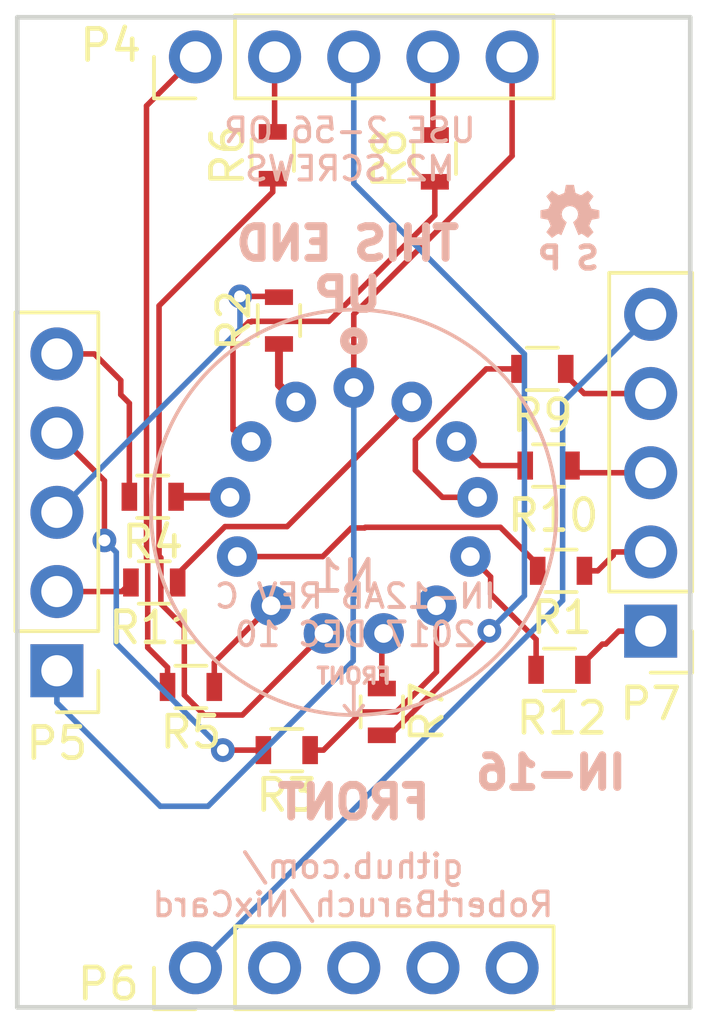
<source format=kicad_pcb>
(kicad_pcb (version 4) (host pcbnew 4.0.4-stable)

  (general
    (links 27)
    (no_connects 26)
    (area -10.870001 -15.950001 10.870001 15.950001)
    (thickness 1.6)
    (drawings 11)
    (tracks 123)
    (zones 0)
    (modules 22)
    (nets 31)
  )

  (page A4)
  (layers
    (0 F.Cu signal)
    (31 B.Cu signal)
    (32 B.Adhes user)
    (33 F.Adhes user)
    (34 B.Paste user)
    (35 F.Paste user)
    (36 B.SilkS user)
    (37 F.SilkS user)
    (38 B.Mask user)
    (39 F.Mask user)
    (40 Dwgs.User user)
    (41 Cmts.User user)
    (42 Eco1.User user)
    (43 Eco2.User user)
    (44 Edge.Cuts user)
    (45 Margin user)
    (46 B.CrtYd user)
    (47 F.CrtYd user)
    (48 B.Fab user hide)
    (49 F.Fab user hide)
  )

  (setup
    (last_trace_width 0.1778)
    (trace_clearance 0.2)
    (zone_clearance 0.254)
    (zone_45_only no)
    (trace_min 0.1778)
    (segment_width 0.2)
    (edge_width 0.15)
    (via_size 0.762)
    (via_drill 0.381)
    (via_min_size 0.762)
    (via_min_drill 0.381)
    (uvia_size 0.3)
    (uvia_drill 0.1)
    (uvias_allowed no)
    (uvia_min_size 0.2)
    (uvia_min_drill 0.1)
    (pcb_text_width 0.3)
    (pcb_text_size 1.5 1.5)
    (mod_edge_width 0.15)
    (mod_text_size 1 1)
    (mod_text_width 0.15)
    (pad_size 1.7 1.7)
    (pad_drill 1)
    (pad_to_mask_clearance 0.2)
    (aux_axis_origin 0 0)
    (visible_elements 7FFFFFFF)
    (pcbplotparams
      (layerselection 0x010f0_80000001)
      (usegerberextensions true)
      (excludeedgelayer true)
      (linewidth 0.100000)
      (plotframeref false)
      (viasonmask false)
      (mode 1)
      (useauxorigin false)
      (hpglpennumber 1)
      (hpglpenspeed 20)
      (hpglpendiameter 15)
      (hpglpenoverlay 2)
      (psnegative false)
      (psa4output false)
      (plotreference true)
      (plotvalue true)
      (plotinvisibletext false)
      (padsonsilk false)
      (subtractmaskfromsilk false)
      (outputformat 1)
      (mirror false)
      (drillshape 0)
      (scaleselection 1)
      (outputdirectory gerbers/))
  )

  (net 0 "")
  (net 1 "Net-(N1-Pad6)")
  (net 2 "Net-(N1-Pad7)")
  (net 3 "Net-(N1-Pad8)")
  (net 4 "Net-(N1-Pad9)")
  (net 5 "Net-(N1-Pad3)")
  (net 6 "Net-(N1-Pad4)")
  (net 7 "Net-(N1-Pad5)")
  (net 8 "Net-(N1-Pad2)")
  (net 9 VAA)
  (net 10 /HV4)
  (net 11 /HV5)
  (net 12 /HV6)
  (net 13 /HV7)
  (net 14 GNDREF)
  (net 15 /HV0)
  (net 16 /HV1)
  (net 17 /HV2)
  (net 18 /HV3)
  (net 19 /HV15)
  (net 20 /HV14)
  (net 21 /HV13)
  (net 22 /HV12)
  (net 23 /HV11)
  (net 24 /HV10)
  (net 25 /HV9)
  (net 26 /HV8)
  (net 27 "Net-(N1-Pad13)")
  (net 28 "Net-(N1-Pad12)")
  (net 29 "Net-(N1-Pad11)")
  (net 30 "Net-(N1-Pad10)")

  (net_class Default "This is the default net class."
    (clearance 0.2)
    (trace_width 0.1778)
    (via_dia 0.762)
    (via_drill 0.381)
    (uvia_dia 0.3)
    (uvia_drill 0.1)
    (add_net /HV0)
    (add_net /HV1)
    (add_net /HV10)
    (add_net /HV11)
    (add_net /HV12)
    (add_net /HV13)
    (add_net /HV14)
    (add_net /HV15)
    (add_net /HV2)
    (add_net /HV3)
    (add_net /HV4)
    (add_net /HV5)
    (add_net /HV6)
    (add_net /HV7)
    (add_net /HV8)
    (add_net /HV9)
    (add_net GNDREF)
    (add_net "Net-(N1-Pad10)")
    (add_net "Net-(N1-Pad11)")
    (add_net "Net-(N1-Pad12)")
    (add_net "Net-(N1-Pad13)")
    (add_net "Net-(N1-Pad2)")
    (add_net "Net-(N1-Pad3)")
    (add_net "Net-(N1-Pad4)")
    (add_net "Net-(N1-Pad5)")
    (add_net "Net-(N1-Pad6)")
    (add_net "Net-(N1-Pad7)")
    (add_net "Net-(N1-Pad8)")
    (add_net "Net-(N1-Pad9)")
    (add_net VAA)
  )

  (module Mounting_Holes:MountingHole_2.2mm_M2 (layer F.Cu) (tedit 587C597D) (tstamp 587C5931)
    (at 8.128 13.081)
    (descr "Mounting Hole 2.2mm, no annular, M2")
    (tags "mounting hole 2.2mm no annular m2")
    (fp_text reference REF** (at 0 -3.2) (layer F.SilkS) hide
      (effects (font (size 1 1) (thickness 0.15)))
    )
    (fp_text value MountingHole_2.2mm_M2 (at 0 3.2) (layer F.Fab)
      (effects (font (size 1 1) (thickness 0.15)))
    )
    (fp_circle (center 0 0) (end 2.2 0) (layer Cmts.User) (width 0.15))
    (fp_circle (center 0 0) (end 2.45 0) (layer F.CrtYd) (width 0.05))
    (pad 1 np_thru_hole circle (at 0 0) (size 2.2 2.2) (drill 2.2) (layers *.Cu *.Mask))
  )

  (module Mounting_Holes:MountingHole_2.2mm_M2 (layer F.Cu) (tedit 587C5983) (tstamp 587C5980)
    (at 8.128 -13.081)
    (descr "Mounting Hole 2.2mm, no annular, M2")
    (tags "mounting hole 2.2mm no annular m2")
    (fp_text reference REF** (at 0 -3.2) (layer F.SilkS) hide
      (effects (font (size 1 1) (thickness 0.15)))
    )
    (fp_text value MountingHole_2.2mm_M2 (at 0 3.2) (layer F.Fab)
      (effects (font (size 1 1) (thickness 0.15)))
    )
    (fp_circle (center 0 0) (end 2.2 0) (layer Cmts.User) (width 0.15))
    (fp_circle (center 0 0) (end 2.45 0) (layer F.CrtYd) (width 0.05))
    (pad 1 np_thru_hole circle (at 0 0) (size 2.2 2.2) (drill 2.2) (layers *.Cu *.Mask))
  )

  (module Mounting_Holes:MountingHole_2.2mm_M2 (layer F.Cu) (tedit 587C5987) (tstamp 587C5981)
    (at -8.128 -13.081)
    (descr "Mounting Hole 2.2mm, no annular, M2")
    (tags "mounting hole 2.2mm no annular m2")
    (fp_text reference REF** (at 0 -3.2) (layer F.SilkS) hide
      (effects (font (size 1 1) (thickness 0.15)))
    )
    (fp_text value MountingHole_2.2mm_M2 (at 0 3.2) (layer F.Fab)
      (effects (font (size 1 1) (thickness 0.15)))
    )
    (fp_circle (center 0 0) (end 2.2 0) (layer Cmts.User) (width 0.15))
    (fp_circle (center 0 0) (end 2.45 0) (layer F.CrtYd) (width 0.05))
    (pad 1 np_thru_hole circle (at 0 0) (size 2.2 2.2) (drill 2.2) (layers *.Cu *.Mask))
  )

  (module Mounting_Holes:MountingHole_2.2mm_M2 (layer F.Cu) (tedit 587C5977) (tstamp 587C5982)
    (at -8.128 13.081)
    (descr "Mounting Hole 2.2mm, no annular, M2")
    (tags "mounting hole 2.2mm no annular m2")
    (fp_text reference REF** (at 0 -3.2) (layer F.SilkS) hide
      (effects (font (size 1 1) (thickness 0.15)))
    )
    (fp_text value MountingHole_2.2mm_M2 (at 0 3.2) (layer F.Fab)
      (effects (font (size 1 1) (thickness 0.15)))
    )
    (fp_circle (center 0 0) (end 2.2 0) (layer Cmts.User) (width 0.15))
    (fp_circle (center 0 0) (end 2.45 0) (layer F.CrtYd) (width 0.05))
    (pad 1 np_thru_hole circle (at 0 0) (size 2.2 2.2) (drill 2.2) (layers *.Cu *.Mask))
  )

  (module Pin_Headers:Pin_Header_Straight_1x05_Pitch2.54mm (layer F.Cu) (tedit 5A2E1D68) (tstamp 5A2E187C)
    (at -5.08 -14.605 90)
    (descr "Through hole straight pin header, 1x05, 2.54mm pitch, single row")
    (tags "Through hole pin header THT 1x05 2.54mm single row")
    (path /5A2E1D9A)
    (fp_text reference P4 (at 0.37 -2.72 180) (layer F.SilkS)
      (effects (font (size 1 1) (thickness 0.15)))
    )
    (fp_text value CONN_01X05 (at 0 12.49 90) (layer F.Fab)
      (effects (font (size 1 1) (thickness 0.15)))
    )
    (fp_line (start -0.635 -1.27) (end 1.27 -1.27) (layer F.Fab) (width 0.1))
    (fp_line (start 1.27 -1.27) (end 1.27 11.43) (layer F.Fab) (width 0.1))
    (fp_line (start 1.27 11.43) (end -1.27 11.43) (layer F.Fab) (width 0.1))
    (fp_line (start -1.27 11.43) (end -1.27 -0.635) (layer F.Fab) (width 0.1))
    (fp_line (start -1.27 -0.635) (end -0.635 -1.27) (layer F.Fab) (width 0.1))
    (fp_line (start -1.33 11.49) (end 1.33 11.49) (layer F.SilkS) (width 0.12))
    (fp_line (start -1.33 1.27) (end -1.33 11.49) (layer F.SilkS) (width 0.12))
    (fp_line (start 1.33 1.27) (end 1.33 11.49) (layer F.SilkS) (width 0.12))
    (fp_line (start -1.33 1.27) (end 1.33 1.27) (layer F.SilkS) (width 0.12))
    (fp_line (start -1.33 0) (end -1.33 -1.33) (layer F.SilkS) (width 0.12))
    (fp_line (start -1.33 -1.33) (end 0 -1.33) (layer F.SilkS) (width 0.12))
    (fp_line (start -1.8 -1.8) (end -1.8 11.95) (layer F.CrtYd) (width 0.05))
    (fp_line (start -1.8 11.95) (end 1.8 11.95) (layer F.CrtYd) (width 0.05))
    (fp_line (start 1.8 11.95) (end 1.8 -1.8) (layer F.CrtYd) (width 0.05))
    (fp_line (start 1.8 -1.8) (end -1.8 -1.8) (layer F.CrtYd) (width 0.05))
    (fp_text user %R (at 0 5.08 180) (layer F.Fab)
      (effects (font (size 1 1) (thickness 0.15)))
    )
    (pad 1 thru_hole circle (at 0 0 90) (size 1.7 1.7) (drill 1) (layers *.Cu *.Mask)
      (net 10 /HV4))
    (pad 2 thru_hole oval (at 0 2.54 90) (size 1.7 1.7) (drill 1) (layers *.Cu *.Mask)
      (net 11 /HV5))
    (pad 3 thru_hole oval (at 0 5.08 90) (size 1.7 1.7) (drill 1) (layers *.Cu *.Mask)
      (net 12 /HV6))
    (pad 4 thru_hole oval (at 0 7.62 90) (size 1.7 1.7) (drill 1) (layers *.Cu *.Mask)
      (net 13 /HV7))
    (pad 5 thru_hole oval (at 0 10.16 90) (size 1.7 1.7) (drill 1) (layers *.Cu *.Mask)
      (net 9 VAA))
    (model ${KISYS3DMOD}/Pin_Headers.3dshapes/Pin_Header_Straight_1x05_Pitch2.54mm.wrl
      (at (xyz 0 0 0))
      (scale (xyz 1 1 1))
      (rotate (xyz 0 0 0))
    )
  )

  (module Pin_Headers:Pin_Header_Straight_1x05_Pitch2.54mm (layer F.Cu) (tedit 59650532) (tstamp 5A2E1885)
    (at -9.525 5.08 180)
    (descr "Through hole straight pin header, 1x05, 2.54mm pitch, single row")
    (tags "Through hole pin header THT 1x05 2.54mm single row")
    (path /5A2E1CEC)
    (fp_text reference P5 (at 0 -2.33 180) (layer F.SilkS)
      (effects (font (size 1 1) (thickness 0.15)))
    )
    (fp_text value CONN_01X05 (at 0 12.49 180) (layer F.Fab)
      (effects (font (size 1 1) (thickness 0.15)))
    )
    (fp_line (start -0.635 -1.27) (end 1.27 -1.27) (layer F.Fab) (width 0.1))
    (fp_line (start 1.27 -1.27) (end 1.27 11.43) (layer F.Fab) (width 0.1))
    (fp_line (start 1.27 11.43) (end -1.27 11.43) (layer F.Fab) (width 0.1))
    (fp_line (start -1.27 11.43) (end -1.27 -0.635) (layer F.Fab) (width 0.1))
    (fp_line (start -1.27 -0.635) (end -0.635 -1.27) (layer F.Fab) (width 0.1))
    (fp_line (start -1.33 11.49) (end 1.33 11.49) (layer F.SilkS) (width 0.12))
    (fp_line (start -1.33 1.27) (end -1.33 11.49) (layer F.SilkS) (width 0.12))
    (fp_line (start 1.33 1.27) (end 1.33 11.49) (layer F.SilkS) (width 0.12))
    (fp_line (start -1.33 1.27) (end 1.33 1.27) (layer F.SilkS) (width 0.12))
    (fp_line (start -1.33 0) (end -1.33 -1.33) (layer F.SilkS) (width 0.12))
    (fp_line (start -1.33 -1.33) (end 0 -1.33) (layer F.SilkS) (width 0.12))
    (fp_line (start -1.8 -1.8) (end -1.8 11.95) (layer F.CrtYd) (width 0.05))
    (fp_line (start -1.8 11.95) (end 1.8 11.95) (layer F.CrtYd) (width 0.05))
    (fp_line (start 1.8 11.95) (end 1.8 -1.8) (layer F.CrtYd) (width 0.05))
    (fp_line (start 1.8 -1.8) (end -1.8 -1.8) (layer F.CrtYd) (width 0.05))
    (fp_text user %R (at 0 5.08 270) (layer F.Fab)
      (effects (font (size 1 1) (thickness 0.15)))
    )
    (pad 1 thru_hole rect (at 0 0 180) (size 1.7 1.7) (drill 1) (layers *.Cu *.Mask)
      (net 9 VAA))
    (pad 2 thru_hole oval (at 0 2.54 180) (size 1.7 1.7) (drill 1) (layers *.Cu *.Mask)
      (net 15 /HV0))
    (pad 3 thru_hole oval (at 0 5.08 180) (size 1.7 1.7) (drill 1) (layers *.Cu *.Mask)
      (net 16 /HV1))
    (pad 4 thru_hole oval (at 0 7.62 180) (size 1.7 1.7) (drill 1) (layers *.Cu *.Mask)
      (net 17 /HV2))
    (pad 5 thru_hole oval (at 0 10.16 180) (size 1.7 1.7) (drill 1) (layers *.Cu *.Mask)
      (net 18 /HV3))
    (model ${KISYS3DMOD}/Pin_Headers.3dshapes/Pin_Header_Straight_1x05_Pitch2.54mm.wrl
      (at (xyz 0 0 0))
      (scale (xyz 1 1 1))
      (rotate (xyz 0 0 0))
    )
  )

  (module Pin_Headers:Pin_Header_Straight_1x05_Pitch2.54mm (layer F.Cu) (tedit 5A2E1D6E) (tstamp 5A2E188E)
    (at -5.08 14.605 90)
    (descr "Through hole straight pin header, 1x05, 2.54mm pitch, single row")
    (tags "Through hole pin header THT 1x05 2.54mm single row")
    (path /5A2E1E06)
    (fp_text reference P6 (at -0.52 -2.795 180) (layer F.SilkS)
      (effects (font (size 1 1) (thickness 0.15)))
    )
    (fp_text value CONN_01X05 (at 0 12.49 90) (layer F.Fab)
      (effects (font (size 1 1) (thickness 0.15)))
    )
    (fp_line (start -0.635 -1.27) (end 1.27 -1.27) (layer F.Fab) (width 0.1))
    (fp_line (start 1.27 -1.27) (end 1.27 11.43) (layer F.Fab) (width 0.1))
    (fp_line (start 1.27 11.43) (end -1.27 11.43) (layer F.Fab) (width 0.1))
    (fp_line (start -1.27 11.43) (end -1.27 -0.635) (layer F.Fab) (width 0.1))
    (fp_line (start -1.27 -0.635) (end -0.635 -1.27) (layer F.Fab) (width 0.1))
    (fp_line (start -1.33 11.49) (end 1.33 11.49) (layer F.SilkS) (width 0.12))
    (fp_line (start -1.33 1.27) (end -1.33 11.49) (layer F.SilkS) (width 0.12))
    (fp_line (start 1.33 1.27) (end 1.33 11.49) (layer F.SilkS) (width 0.12))
    (fp_line (start -1.33 1.27) (end 1.33 1.27) (layer F.SilkS) (width 0.12))
    (fp_line (start -1.33 0) (end -1.33 -1.33) (layer F.SilkS) (width 0.12))
    (fp_line (start -1.33 -1.33) (end 0 -1.33) (layer F.SilkS) (width 0.12))
    (fp_line (start -1.8 -1.8) (end -1.8 11.95) (layer F.CrtYd) (width 0.05))
    (fp_line (start -1.8 11.95) (end 1.8 11.95) (layer F.CrtYd) (width 0.05))
    (fp_line (start 1.8 11.95) (end 1.8 -1.8) (layer F.CrtYd) (width 0.05))
    (fp_line (start 1.8 -1.8) (end -1.8 -1.8) (layer F.CrtYd) (width 0.05))
    (fp_text user %R (at 0 5.08 180) (layer F.Fab)
      (effects (font (size 1 1) (thickness 0.15)))
    )
    (pad 1 thru_hole circle (at 0 0 90) (size 1.7 1.7) (drill 1) (layers *.Cu *.Mask)
      (net 14 GNDREF))
    (pad 2 thru_hole oval (at 0 2.54 90) (size 1.7 1.7) (drill 1) (layers *.Cu *.Mask)
      (net 19 /HV15))
    (pad 3 thru_hole oval (at 0 5.08 90) (size 1.7 1.7) (drill 1) (layers *.Cu *.Mask)
      (net 20 /HV14))
    (pad 4 thru_hole oval (at 0 7.62 90) (size 1.7 1.7) (drill 1) (layers *.Cu *.Mask)
      (net 21 /HV13))
    (pad 5 thru_hole oval (at 0 10.16 90) (size 1.7 1.7) (drill 1) (layers *.Cu *.Mask)
      (net 22 /HV12))
    (model ${KISYS3DMOD}/Pin_Headers.3dshapes/Pin_Header_Straight_1x05_Pitch2.54mm.wrl
      (at (xyz 0 0 0))
      (scale (xyz 1 1 1))
      (rotate (xyz 0 0 0))
    )
  )

  (module Pin_Headers:Pin_Header_Straight_1x05_Pitch2.54mm (layer F.Cu) (tedit 59650532) (tstamp 5A2E1897)
    (at 9.525 3.81 180)
    (descr "Through hole straight pin header, 1x05, 2.54mm pitch, single row")
    (tags "Through hole pin header THT 1x05 2.54mm single row")
    (path /5A2E1E95)
    (fp_text reference P7 (at 0 -2.33 180) (layer F.SilkS)
      (effects (font (size 1 1) (thickness 0.15)))
    )
    (fp_text value CONN_01X05 (at 0 12.49 180) (layer F.Fab)
      (effects (font (size 1 1) (thickness 0.15)))
    )
    (fp_line (start -0.635 -1.27) (end 1.27 -1.27) (layer F.Fab) (width 0.1))
    (fp_line (start 1.27 -1.27) (end 1.27 11.43) (layer F.Fab) (width 0.1))
    (fp_line (start 1.27 11.43) (end -1.27 11.43) (layer F.Fab) (width 0.1))
    (fp_line (start -1.27 11.43) (end -1.27 -0.635) (layer F.Fab) (width 0.1))
    (fp_line (start -1.27 -0.635) (end -0.635 -1.27) (layer F.Fab) (width 0.1))
    (fp_line (start -1.33 11.49) (end 1.33 11.49) (layer F.SilkS) (width 0.12))
    (fp_line (start -1.33 1.27) (end -1.33 11.49) (layer F.SilkS) (width 0.12))
    (fp_line (start 1.33 1.27) (end 1.33 11.49) (layer F.SilkS) (width 0.12))
    (fp_line (start -1.33 1.27) (end 1.33 1.27) (layer F.SilkS) (width 0.12))
    (fp_line (start -1.33 0) (end -1.33 -1.33) (layer F.SilkS) (width 0.12))
    (fp_line (start -1.33 -1.33) (end 0 -1.33) (layer F.SilkS) (width 0.12))
    (fp_line (start -1.8 -1.8) (end -1.8 11.95) (layer F.CrtYd) (width 0.05))
    (fp_line (start -1.8 11.95) (end 1.8 11.95) (layer F.CrtYd) (width 0.05))
    (fp_line (start 1.8 11.95) (end 1.8 -1.8) (layer F.CrtYd) (width 0.05))
    (fp_line (start 1.8 -1.8) (end -1.8 -1.8) (layer F.CrtYd) (width 0.05))
    (fp_text user %R (at 0 5.08 270) (layer F.Fab)
      (effects (font (size 1 1) (thickness 0.15)))
    )
    (pad 1 thru_hole rect (at 0 0 180) (size 1.7 1.7) (drill 1) (layers *.Cu *.Mask)
      (net 23 /HV11))
    (pad 2 thru_hole oval (at 0 2.54 180) (size 1.7 1.7) (drill 1) (layers *.Cu *.Mask)
      (net 24 /HV10))
    (pad 3 thru_hole oval (at 0 5.08 180) (size 1.7 1.7) (drill 1) (layers *.Cu *.Mask)
      (net 25 /HV9))
    (pad 4 thru_hole oval (at 0 7.62 180) (size 1.7 1.7) (drill 1) (layers *.Cu *.Mask)
      (net 26 /HV8))
    (pad 5 thru_hole oval (at 0 10.16 180) (size 1.7 1.7) (drill 1) (layers *.Cu *.Mask)
      (net 14 GNDREF))
    (model ${KISYS3DMOD}/Pin_Headers.3dshapes/Pin_Header_Straight_1x05_Pitch2.54mm.wrl
      (at (xyz 0 0 0))
      (scale (xyz 1 1 1))
      (rotate (xyz 0 0 0))
    )
  )

  (module Resistors_SMD:R_0603 (layer F.Cu) (tedit 58E0A804) (tstamp 5A2E189D)
    (at 6.65 1.875)
    (descr "Resistor SMD 0603, reflow soldering, Vishay (see dcrcw.pdf)")
    (tags "resistor 0603")
    (path /5A232F37)
    (attr smd)
    (fp_text reference R1 (at 0.025 1.5) (layer F.SilkS)
      (effects (font (size 1 1) (thickness 0.15)))
    )
    (fp_text value 120k (at 0 1.5) (layer F.Fab)
      (effects (font (size 1 1) (thickness 0.15)))
    )
    (fp_text user %R (at 0 0) (layer F.Fab)
      (effects (font (size 0.4 0.4) (thickness 0.075)))
    )
    (fp_line (start -0.8 0.4) (end -0.8 -0.4) (layer F.Fab) (width 0.1))
    (fp_line (start 0.8 0.4) (end -0.8 0.4) (layer F.Fab) (width 0.1))
    (fp_line (start 0.8 -0.4) (end 0.8 0.4) (layer F.Fab) (width 0.1))
    (fp_line (start -0.8 -0.4) (end 0.8 -0.4) (layer F.Fab) (width 0.1))
    (fp_line (start 0.5 0.68) (end -0.5 0.68) (layer F.SilkS) (width 0.12))
    (fp_line (start -0.5 -0.68) (end 0.5 -0.68) (layer F.SilkS) (width 0.12))
    (fp_line (start -1.25 -0.7) (end 1.25 -0.7) (layer F.CrtYd) (width 0.05))
    (fp_line (start -1.25 -0.7) (end -1.25 0.7) (layer F.CrtYd) (width 0.05))
    (fp_line (start 1.25 0.7) (end 1.25 -0.7) (layer F.CrtYd) (width 0.05))
    (fp_line (start 1.25 0.7) (end -1.25 0.7) (layer F.CrtYd) (width 0.05))
    (pad 1 smd rect (at -0.75 0) (size 0.5 0.9) (layers F.Cu F.Paste F.Mask)
      (net 7 "Net-(N1-Pad5)"))
    (pad 2 smd rect (at 0.75 0) (size 0.5 0.9) (layers F.Cu F.Paste F.Mask)
      (net 24 /HV10))
    (model ${KISYS3DMOD}/Resistors_SMD.3dshapes/R_0603.wrl
      (at (xyz 0 0 0))
      (scale (xyz 1 1 1))
      (rotate (xyz 0 0 0))
    )
  )

  (module Resistors_SMD:R_0603 (layer F.Cu) (tedit 58E0A804) (tstamp 5A2E18A3)
    (at -2.4 -6.15 90)
    (descr "Resistor SMD 0603, reflow soldering, Vishay (see dcrcw.pdf)")
    (tags "resistor 0603")
    (path /585F2D1C)
    (attr smd)
    (fp_text reference R2 (at 0 -1.45 90) (layer F.SilkS)
      (effects (font (size 1 1) (thickness 0.15)))
    )
    (fp_text value 20k (at 0 1.5 90) (layer F.Fab)
      (effects (font (size 1 1) (thickness 0.15)))
    )
    (fp_text user %R (at 0 0 90) (layer F.Fab)
      (effects (font (size 0.4 0.4) (thickness 0.075)))
    )
    (fp_line (start -0.8 0.4) (end -0.8 -0.4) (layer F.Fab) (width 0.1))
    (fp_line (start 0.8 0.4) (end -0.8 0.4) (layer F.Fab) (width 0.1))
    (fp_line (start 0.8 -0.4) (end 0.8 0.4) (layer F.Fab) (width 0.1))
    (fp_line (start -0.8 -0.4) (end 0.8 -0.4) (layer F.Fab) (width 0.1))
    (fp_line (start 0.5 0.68) (end -0.5 0.68) (layer F.SilkS) (width 0.12))
    (fp_line (start -0.5 -0.68) (end 0.5 -0.68) (layer F.SilkS) (width 0.12))
    (fp_line (start -1.25 -0.7) (end 1.25 -0.7) (layer F.CrtYd) (width 0.05))
    (fp_line (start -1.25 -0.7) (end -1.25 0.7) (layer F.CrtYd) (width 0.05))
    (fp_line (start 1.25 0.7) (end 1.25 -0.7) (layer F.CrtYd) (width 0.05))
    (fp_line (start 1.25 0.7) (end -1.25 0.7) (layer F.CrtYd) (width 0.05))
    (pad 1 smd rect (at -0.75 0 90) (size 0.5 0.9) (layers F.Cu F.Paste F.Mask)
      (net 8 "Net-(N1-Pad2)"))
    (pad 2 smd rect (at 0.75 0 90) (size 0.5 0.9) (layers F.Cu F.Paste F.Mask)
      (net 16 /HV1))
    (model ${KISYS3DMOD}/Resistors_SMD.3dshapes/R_0603.wrl
      (at (xyz 0 0 0))
      (scale (xyz 1 1 1))
      (rotate (xyz 0 0 0))
    )
  )

  (module Resistors_SMD:R_0603 (layer F.Cu) (tedit 58E0A804) (tstamp 5A2E18A9)
    (at -2.15 7.625 180)
    (descr "Resistor SMD 0603, reflow soldering, Vishay (see dcrcw.pdf)")
    (tags "resistor 0603")
    (path /5A2E1376)
    (attr smd)
    (fp_text reference R3 (at 0 -1.45 180) (layer F.SilkS)
      (effects (font (size 1 1) (thickness 0.15)))
    )
    (fp_text value 20k (at 0 1.5 180) (layer F.Fab)
      (effects (font (size 1 1) (thickness 0.15)))
    )
    (fp_text user %R (at 0 0 180) (layer F.Fab)
      (effects (font (size 0.4 0.4) (thickness 0.075)))
    )
    (fp_line (start -0.8 0.4) (end -0.8 -0.4) (layer F.Fab) (width 0.1))
    (fp_line (start 0.8 0.4) (end -0.8 0.4) (layer F.Fab) (width 0.1))
    (fp_line (start 0.8 -0.4) (end 0.8 0.4) (layer F.Fab) (width 0.1))
    (fp_line (start -0.8 -0.4) (end 0.8 -0.4) (layer F.Fab) (width 0.1))
    (fp_line (start 0.5 0.68) (end -0.5 0.68) (layer F.SilkS) (width 0.12))
    (fp_line (start -0.5 -0.68) (end 0.5 -0.68) (layer F.SilkS) (width 0.12))
    (fp_line (start -1.25 -0.7) (end 1.25 -0.7) (layer F.CrtYd) (width 0.05))
    (fp_line (start -1.25 -0.7) (end -1.25 0.7) (layer F.CrtYd) (width 0.05))
    (fp_line (start 1.25 0.7) (end 1.25 -0.7) (layer F.CrtYd) (width 0.05))
    (fp_line (start 1.25 0.7) (end -1.25 0.7) (layer F.CrtYd) (width 0.05))
    (pad 1 smd rect (at -0.75 0 180) (size 0.5 0.9) (layers F.Cu F.Paste F.Mask)
      (net 4 "Net-(N1-Pad9)"))
    (pad 2 smd rect (at 0.75 0 180) (size 0.5 0.9) (layers F.Cu F.Paste F.Mask)
      (net 17 /HV2))
    (model ${KISYS3DMOD}/Resistors_SMD.3dshapes/R_0603.wrl
      (at (xyz 0 0 0))
      (scale (xyz 1 1 1))
      (rotate (xyz 0 0 0))
    )
  )

  (module Resistors_SMD:R_0603 (layer F.Cu) (tedit 58E0A804) (tstamp 5A2E18AF)
    (at -6.45 -0.5 180)
    (descr "Resistor SMD 0603, reflow soldering, Vishay (see dcrcw.pdf)")
    (tags "resistor 0603")
    (path /5A2E1407)
    (attr smd)
    (fp_text reference R4 (at 0 -1.45 180) (layer F.SilkS)
      (effects (font (size 1 1) (thickness 0.15)))
    )
    (fp_text value 20k (at 0 1.5 180) (layer F.Fab)
      (effects (font (size 1 1) (thickness 0.15)))
    )
    (fp_text user %R (at 0 0 180) (layer F.Fab)
      (effects (font (size 0.4 0.4) (thickness 0.075)))
    )
    (fp_line (start -0.8 0.4) (end -0.8 -0.4) (layer F.Fab) (width 0.1))
    (fp_line (start 0.8 0.4) (end -0.8 0.4) (layer F.Fab) (width 0.1))
    (fp_line (start 0.8 -0.4) (end 0.8 0.4) (layer F.Fab) (width 0.1))
    (fp_line (start -0.8 -0.4) (end 0.8 -0.4) (layer F.Fab) (width 0.1))
    (fp_line (start 0.5 0.68) (end -0.5 0.68) (layer F.SilkS) (width 0.12))
    (fp_line (start -0.5 -0.68) (end 0.5 -0.68) (layer F.SilkS) (width 0.12))
    (fp_line (start -1.25 -0.7) (end 1.25 -0.7) (layer F.CrtYd) (width 0.05))
    (fp_line (start -1.25 -0.7) (end -1.25 0.7) (layer F.CrtYd) (width 0.05))
    (fp_line (start 1.25 0.7) (end 1.25 -0.7) (layer F.CrtYd) (width 0.05))
    (fp_line (start 1.25 0.7) (end -1.25 0.7) (layer F.CrtYd) (width 0.05))
    (pad 1 smd rect (at -0.75 0 180) (size 0.5 0.9) (layers F.Cu F.Paste F.Mask)
      (net 6 "Net-(N1-Pad4)"))
    (pad 2 smd rect (at 0.75 0 180) (size 0.5 0.9) (layers F.Cu F.Paste F.Mask)
      (net 18 /HV3))
    (model ${KISYS3DMOD}/Resistors_SMD.3dshapes/R_0603.wrl
      (at (xyz 0 0 0))
      (scale (xyz 1 1 1))
      (rotate (xyz 0 0 0))
    )
  )

  (module Resistors_SMD:R_0603 (layer F.Cu) (tedit 58E0A804) (tstamp 5A2E18B5)
    (at -5.225 5.6 180)
    (descr "Resistor SMD 0603, reflow soldering, Vishay (see dcrcw.pdf)")
    (tags "resistor 0603")
    (path /5A2E140F)
    (attr smd)
    (fp_text reference R5 (at 0 -1.45 180) (layer F.SilkS)
      (effects (font (size 1 1) (thickness 0.15)))
    )
    (fp_text value 20k (at 0 1.5 180) (layer F.Fab)
      (effects (font (size 1 1) (thickness 0.15)))
    )
    (fp_text user %R (at 0 0 180) (layer F.Fab)
      (effects (font (size 0.4 0.4) (thickness 0.075)))
    )
    (fp_line (start -0.8 0.4) (end -0.8 -0.4) (layer F.Fab) (width 0.1))
    (fp_line (start 0.8 0.4) (end -0.8 0.4) (layer F.Fab) (width 0.1))
    (fp_line (start 0.8 -0.4) (end 0.8 0.4) (layer F.Fab) (width 0.1))
    (fp_line (start -0.8 -0.4) (end 0.8 -0.4) (layer F.Fab) (width 0.1))
    (fp_line (start 0.5 0.68) (end -0.5 0.68) (layer F.SilkS) (width 0.12))
    (fp_line (start -0.5 -0.68) (end 0.5 -0.68) (layer F.SilkS) (width 0.12))
    (fp_line (start -1.25 -0.7) (end 1.25 -0.7) (layer F.CrtYd) (width 0.05))
    (fp_line (start -1.25 -0.7) (end -1.25 0.7) (layer F.CrtYd) (width 0.05))
    (fp_line (start 1.25 0.7) (end 1.25 -0.7) (layer F.CrtYd) (width 0.05))
    (fp_line (start 1.25 0.7) (end -1.25 0.7) (layer F.CrtYd) (width 0.05))
    (pad 1 smd rect (at -0.75 0 180) (size 0.5 0.9) (layers F.Cu F.Paste F.Mask)
      (net 1 "Net-(N1-Pad6)"))
    (pad 2 smd rect (at 0.75 0 180) (size 0.5 0.9) (layers F.Cu F.Paste F.Mask)
      (net 10 /HV4))
    (model ${KISYS3DMOD}/Resistors_SMD.3dshapes/R_0603.wrl
      (at (xyz 0 0 0))
      (scale (xyz 1 1 1))
      (rotate (xyz 0 0 0))
    )
  )

  (module Resistors_SMD:R_0603 (layer F.Cu) (tedit 58E0A804) (tstamp 5A2E18BB)
    (at -2.6 -11.45 90)
    (descr "Resistor SMD 0603, reflow soldering, Vishay (see dcrcw.pdf)")
    (tags "resistor 0603")
    (path /5A2E1475)
    (attr smd)
    (fp_text reference R6 (at 0 -1.45 90) (layer F.SilkS)
      (effects (font (size 1 1) (thickness 0.15)))
    )
    (fp_text value 20k (at 0 1.5 90) (layer F.Fab)
      (effects (font (size 1 1) (thickness 0.15)))
    )
    (fp_text user %R (at 0 0 90) (layer F.Fab)
      (effects (font (size 0.4 0.4) (thickness 0.075)))
    )
    (fp_line (start -0.8 0.4) (end -0.8 -0.4) (layer F.Fab) (width 0.1))
    (fp_line (start 0.8 0.4) (end -0.8 0.4) (layer F.Fab) (width 0.1))
    (fp_line (start 0.8 -0.4) (end 0.8 0.4) (layer F.Fab) (width 0.1))
    (fp_line (start -0.8 -0.4) (end 0.8 -0.4) (layer F.Fab) (width 0.1))
    (fp_line (start 0.5 0.68) (end -0.5 0.68) (layer F.SilkS) (width 0.12))
    (fp_line (start -0.5 -0.68) (end 0.5 -0.68) (layer F.SilkS) (width 0.12))
    (fp_line (start -1.25 -0.7) (end 1.25 -0.7) (layer F.CrtYd) (width 0.05))
    (fp_line (start -1.25 -0.7) (end -1.25 0.7) (layer F.CrtYd) (width 0.05))
    (fp_line (start 1.25 0.7) (end 1.25 -0.7) (layer F.CrtYd) (width 0.05))
    (fp_line (start 1.25 0.7) (end -1.25 0.7) (layer F.CrtYd) (width 0.05))
    (pad 1 smd rect (at -0.75 0 90) (size 0.5 0.9) (layers F.Cu F.Paste F.Mask)
      (net 2 "Net-(N1-Pad7)"))
    (pad 2 smd rect (at 0.75 0 90) (size 0.5 0.9) (layers F.Cu F.Paste F.Mask)
      (net 11 /HV5))
    (model ${KISYS3DMOD}/Resistors_SMD.3dshapes/R_0603.wrl
      (at (xyz 0 0 0))
      (scale (xyz 1 1 1))
      (rotate (xyz 0 0 0))
    )
  )

  (module Resistors_SMD:R_0603 (layer F.Cu) (tedit 58E0A804) (tstamp 5A2E18C1)
    (at 0.9 6.4 270)
    (descr "Resistor SMD 0603, reflow soldering, Vishay (see dcrcw.pdf)")
    (tags "resistor 0603")
    (path /5A2E147D)
    (attr smd)
    (fp_text reference R7 (at 0 -1.45 270) (layer F.SilkS)
      (effects (font (size 1 1) (thickness 0.15)))
    )
    (fp_text value 20k (at 0 1.5 270) (layer F.Fab)
      (effects (font (size 1 1) (thickness 0.15)))
    )
    (fp_text user %R (at 0 0 270) (layer F.Fab)
      (effects (font (size 0.4 0.4) (thickness 0.075)))
    )
    (fp_line (start -0.8 0.4) (end -0.8 -0.4) (layer F.Fab) (width 0.1))
    (fp_line (start 0.8 0.4) (end -0.8 0.4) (layer F.Fab) (width 0.1))
    (fp_line (start 0.8 -0.4) (end 0.8 0.4) (layer F.Fab) (width 0.1))
    (fp_line (start -0.8 -0.4) (end 0.8 -0.4) (layer F.Fab) (width 0.1))
    (fp_line (start 0.5 0.68) (end -0.5 0.68) (layer F.SilkS) (width 0.12))
    (fp_line (start -0.5 -0.68) (end 0.5 -0.68) (layer F.SilkS) (width 0.12))
    (fp_line (start -1.25 -0.7) (end 1.25 -0.7) (layer F.CrtYd) (width 0.05))
    (fp_line (start -1.25 -0.7) (end -1.25 0.7) (layer F.CrtYd) (width 0.05))
    (fp_line (start 1.25 0.7) (end 1.25 -0.7) (layer F.CrtYd) (width 0.05))
    (fp_line (start 1.25 0.7) (end -1.25 0.7) (layer F.CrtYd) (width 0.05))
    (pad 1 smd rect (at -0.75 0 270) (size 0.5 0.9) (layers F.Cu F.Paste F.Mask)
      (net 3 "Net-(N1-Pad8)"))
    (pad 2 smd rect (at 0.75 0 270) (size 0.5 0.9) (layers F.Cu F.Paste F.Mask)
      (net 12 /HV6))
    (model ${KISYS3DMOD}/Resistors_SMD.3dshapes/R_0603.wrl
      (at (xyz 0 0 0))
      (scale (xyz 1 1 1))
      (rotate (xyz 0 0 0))
    )
  )

  (module Resistors_SMD:R_0603 (layer F.Cu) (tedit 58E0A804) (tstamp 5A2E18C7)
    (at 2.6 -11.35 90)
    (descr "Resistor SMD 0603, reflow soldering, Vishay (see dcrcw.pdf)")
    (tags "resistor 0603")
    (path /5A2E1485)
    (attr smd)
    (fp_text reference R8 (at 0 -1.45 90) (layer F.SilkS)
      (effects (font (size 1 1) (thickness 0.15)))
    )
    (fp_text value 20k (at 0 1.5 90) (layer F.Fab)
      (effects (font (size 1 1) (thickness 0.15)))
    )
    (fp_text user %R (at 0 0 90) (layer F.Fab)
      (effects (font (size 0.4 0.4) (thickness 0.075)))
    )
    (fp_line (start -0.8 0.4) (end -0.8 -0.4) (layer F.Fab) (width 0.1))
    (fp_line (start 0.8 0.4) (end -0.8 0.4) (layer F.Fab) (width 0.1))
    (fp_line (start 0.8 -0.4) (end 0.8 0.4) (layer F.Fab) (width 0.1))
    (fp_line (start -0.8 -0.4) (end 0.8 -0.4) (layer F.Fab) (width 0.1))
    (fp_line (start 0.5 0.68) (end -0.5 0.68) (layer F.SilkS) (width 0.12))
    (fp_line (start -0.5 -0.68) (end 0.5 -0.68) (layer F.SilkS) (width 0.12))
    (fp_line (start -1.25 -0.7) (end 1.25 -0.7) (layer F.CrtYd) (width 0.05))
    (fp_line (start -1.25 -0.7) (end -1.25 0.7) (layer F.CrtYd) (width 0.05))
    (fp_line (start 1.25 0.7) (end 1.25 -0.7) (layer F.CrtYd) (width 0.05))
    (fp_line (start 1.25 0.7) (end -1.25 0.7) (layer F.CrtYd) (width 0.05))
    (pad 1 smd rect (at -0.75 0 90) (size 0.5 0.9) (layers F.Cu F.Paste F.Mask)
      (net 5 "Net-(N1-Pad3)"))
    (pad 2 smd rect (at 0.75 0 90) (size 0.5 0.9) (layers F.Cu F.Paste F.Mask)
      (net 13 /HV7))
    (model ${KISYS3DMOD}/Resistors_SMD.3dshapes/R_0603.wrl
      (at (xyz 0 0 0))
      (scale (xyz 1 1 1))
      (rotate (xyz 0 0 0))
    )
  )

  (module Resistors_SMD:R_0603 (layer F.Cu) (tedit 58E0A804) (tstamp 5A2E18CD)
    (at 6.05 -4.6)
    (descr "Resistor SMD 0603, reflow soldering, Vishay (see dcrcw.pdf)")
    (tags "resistor 0603")
    (path /5A2E148D)
    (attr smd)
    (fp_text reference R9 (at 0 1.5) (layer F.SilkS)
      (effects (font (size 1 1) (thickness 0.15)))
    )
    (fp_text value 20k (at 0 1.5) (layer F.Fab)
      (effects (font (size 1 1) (thickness 0.15)))
    )
    (fp_text user %R (at 0 0) (layer F.Fab)
      (effects (font (size 0.4 0.4) (thickness 0.075)))
    )
    (fp_line (start -0.8 0.4) (end -0.8 -0.4) (layer F.Fab) (width 0.1))
    (fp_line (start 0.8 0.4) (end -0.8 0.4) (layer F.Fab) (width 0.1))
    (fp_line (start 0.8 -0.4) (end 0.8 0.4) (layer F.Fab) (width 0.1))
    (fp_line (start -0.8 -0.4) (end 0.8 -0.4) (layer F.Fab) (width 0.1))
    (fp_line (start 0.5 0.68) (end -0.5 0.68) (layer F.SilkS) (width 0.12))
    (fp_line (start -0.5 -0.68) (end 0.5 -0.68) (layer F.SilkS) (width 0.12))
    (fp_line (start -1.25 -0.7) (end 1.25 -0.7) (layer F.CrtYd) (width 0.05))
    (fp_line (start -1.25 -0.7) (end -1.25 0.7) (layer F.CrtYd) (width 0.05))
    (fp_line (start 1.25 0.7) (end 1.25 -0.7) (layer F.CrtYd) (width 0.05))
    (fp_line (start 1.25 0.7) (end -1.25 0.7) (layer F.CrtYd) (width 0.05))
    (pad 1 smd rect (at -0.75 0) (size 0.5 0.9) (layers F.Cu F.Paste F.Mask)
      (net 29 "Net-(N1-Pad11)"))
    (pad 2 smd rect (at 0.75 0) (size 0.5 0.9) (layers F.Cu F.Paste F.Mask)
      (net 26 /HV8))
    (model ${KISYS3DMOD}/Resistors_SMD.3dshapes/R_0603.wrl
      (at (xyz 0 0 0))
      (scale (xyz 1 1 1))
      (rotate (xyz 0 0 0))
    )
  )

  (module Resistors_SMD:R_0603 (layer F.Cu) (tedit 58E0A804) (tstamp 5A2E18D3)
    (at 6.25 -1.5)
    (descr "Resistor SMD 0603, reflow soldering, Vishay (see dcrcw.pdf)")
    (tags "resistor 0603")
    (path /5A2E14CB)
    (attr smd)
    (fp_text reference R10 (at 0.15 1.6) (layer F.SilkS)
      (effects (font (size 1 1) (thickness 0.15)))
    )
    (fp_text value 20k (at 0 1.5) (layer F.Fab)
      (effects (font (size 1 1) (thickness 0.15)))
    )
    (fp_text user %R (at 0 0) (layer F.Fab)
      (effects (font (size 0.4 0.4) (thickness 0.075)))
    )
    (fp_line (start -0.8 0.4) (end -0.8 -0.4) (layer F.Fab) (width 0.1))
    (fp_line (start 0.8 0.4) (end -0.8 0.4) (layer F.Fab) (width 0.1))
    (fp_line (start 0.8 -0.4) (end 0.8 0.4) (layer F.Fab) (width 0.1))
    (fp_line (start -0.8 -0.4) (end 0.8 -0.4) (layer F.Fab) (width 0.1))
    (fp_line (start 0.5 0.68) (end -0.5 0.68) (layer F.SilkS) (width 0.12))
    (fp_line (start -0.5 -0.68) (end 0.5 -0.68) (layer F.SilkS) (width 0.12))
    (fp_line (start -1.25 -0.7) (end 1.25 -0.7) (layer F.CrtYd) (width 0.05))
    (fp_line (start -1.25 -0.7) (end -1.25 0.7) (layer F.CrtYd) (width 0.05))
    (fp_line (start 1.25 0.7) (end 1.25 -0.7) (layer F.CrtYd) (width 0.05))
    (fp_line (start 1.25 0.7) (end -1.25 0.7) (layer F.CrtYd) (width 0.05))
    (pad 1 smd rect (at -0.75 0) (size 0.5 0.9) (layers F.Cu F.Paste F.Mask)
      (net 28 "Net-(N1-Pad12)"))
    (pad 2 smd rect (at 0.75 0) (size 0.5 0.9) (layers F.Cu F.Paste F.Mask)
      (net 25 /HV9))
    (model ${KISYS3DMOD}/Resistors_SMD.3dshapes/R_0603.wrl
      (at (xyz 0 0 0))
      (scale (xyz 1 1 1))
      (rotate (xyz 0 0 0))
    )
  )

  (module Resistors_SMD:R_0603 (layer F.Cu) (tedit 58E0A804) (tstamp 5A2E18D9)
    (at -6.4 2.25 180)
    (descr "Resistor SMD 0603, reflow soldering, Vishay (see dcrcw.pdf)")
    (tags "resistor 0603")
    (path /5A2E14D3)
    (attr smd)
    (fp_text reference R11 (at 0 -1.45 180) (layer F.SilkS)
      (effects (font (size 1 1) (thickness 0.15)))
    )
    (fp_text value 20k (at 0 1.5 180) (layer F.Fab)
      (effects (font (size 1 1) (thickness 0.15)))
    )
    (fp_text user %R (at 0 0 180) (layer F.Fab)
      (effects (font (size 0.4 0.4) (thickness 0.075)))
    )
    (fp_line (start -0.8 0.4) (end -0.8 -0.4) (layer F.Fab) (width 0.1))
    (fp_line (start 0.8 0.4) (end -0.8 0.4) (layer F.Fab) (width 0.1))
    (fp_line (start 0.8 -0.4) (end 0.8 0.4) (layer F.Fab) (width 0.1))
    (fp_line (start -0.8 -0.4) (end 0.8 -0.4) (layer F.Fab) (width 0.1))
    (fp_line (start 0.5 0.68) (end -0.5 0.68) (layer F.SilkS) (width 0.12))
    (fp_line (start -0.5 -0.68) (end 0.5 -0.68) (layer F.SilkS) (width 0.12))
    (fp_line (start -1.25 -0.7) (end 1.25 -0.7) (layer F.CrtYd) (width 0.05))
    (fp_line (start -1.25 -0.7) (end -1.25 0.7) (layer F.CrtYd) (width 0.05))
    (fp_line (start 1.25 0.7) (end 1.25 -0.7) (layer F.CrtYd) (width 0.05))
    (fp_line (start 1.25 0.7) (end -1.25 0.7) (layer F.CrtYd) (width 0.05))
    (pad 1 smd rect (at -0.75 0 180) (size 0.5 0.9) (layers F.Cu F.Paste F.Mask)
      (net 27 "Net-(N1-Pad13)"))
    (pad 2 smd rect (at 0.75 0 180) (size 0.5 0.9) (layers F.Cu F.Paste F.Mask)
      (net 15 /HV0))
    (model ${KISYS3DMOD}/Resistors_SMD.3dshapes/R_0603.wrl
      (at (xyz 0 0 0))
      (scale (xyz 1 1 1))
      (rotate (xyz 0 0 0))
    )
  )

  (module footprints:oshw-logo-gear (layer B.Cu) (tedit 5A2342E3) (tstamp 5A2E1E97)
    (at 6.9342 -9.652 180)
    (descr "Imported from oshw-logo-gear.svg")
    (tags svg2mod)
    (attr smd)
    (fp_text reference svg2mod (at 0 3.898872 180) (layer B.SilkS) hide
      (effects (font (thickness 0.3048)) (justify mirror))
    )
    (fp_text value G*** (at 0 -3.898872 180) (layer B.SilkS) hide
      (effects (font (thickness 0.3048)) (justify mirror))
    )
    (fp_poly (pts (xy 0.934388 0.038015) (xy 0.702416 0.081153) (xy 0.688686 0.092964) (xy 0.61758 0.258854)
      (xy 0.618709 0.276789) (xy 0.753865 0.473781) (xy 0.752383 0.489811) (xy 0.583572 0.658622)
      (xy 0.567556 0.660104) (xy 0.367108 0.522549) (xy 0.349088 0.52125) (xy 0.188277 0.587079)
      (xy 0.176424 0.600654) (xy 0.131762 0.840585) (xy 0.119387 0.850872) (xy -0.119373 0.850872)
      (xy -0.131734 0.840585) (xy -0.176382 0.600654) (xy -0.188235 0.587079) (xy -0.349059 0.52125)
      (xy -0.367079 0.522549) (xy -0.567514 0.660104) (xy -0.583544 0.658622) (xy -0.752369 0.489811)
      (xy -0.753851 0.473781) (xy -0.61868 0.276789) (xy -0.617566 0.258854) (xy -0.688686 0.092964)
      (xy -0.702416 0.081153) (xy -0.934374 0.038015) (xy -0.944661 0.025626) (xy -0.944647 -0.21312)
      (xy -0.93436 -0.22551) (xy -0.708088 -0.267617) (xy -0.694655 -0.279513) (xy -0.624014 -0.455972)
      (xy -0.625355 -0.473992) (xy -0.753879 -0.661289) (xy -0.752397 -0.677333) (xy -0.583558 -0.846145)
      (xy -0.567528 -0.847626) (xy -0.383547 -0.721346) (xy -0.365908 -0.720739) (xy -0.284769 -0.76406)
      (xy -0.271434 -0.75915) (xy -0.104133 -0.354909) (xy -0.109044 -0.339796) (xy -0.129349 -0.327364)
      (xy -0.142191 -0.317528) (xy -0.230584 -0.223778) (xy -0.26404 -0.095123) (xy -0.243289 0.007652)
      (xy -0.186702 0.091578) (xy -0.102776 0.148161) (xy -0.000007 0.16891) (xy 0.10276 0.148161)
      (xy 0.186681 0.091578) (xy 0.243263 0.007652) (xy 0.264012 -0.095123) (xy 0.230561 -0.223778)
      (xy 0.142162 -0.317528) (xy 0.129349 -0.327364) (xy 0.109044 -0.339796) (xy 0.104133 -0.354909)
      (xy 0.27142 -0.759164) (xy 0.284755 -0.764074) (xy 0.365894 -0.720753) (xy 0.383533 -0.72136)
      (xy 0.567528 -0.84764) (xy 0.583544 -0.846159) (xy 0.752383 -0.677347) (xy 0.753865 -0.661303)
      (xy 0.625327 -0.474006) (xy 0.624 -0.455986) (xy 0.694641 -0.279527) (xy 0.70806 -0.267631)
      (xy 0.934332 -0.225524) (xy 0.944619 -0.213134) (xy 0.944647 0.025612) (xy 0.934388 0.038015)) (layer B.SilkS) (width 0))
  )

  (module footprints:IN-16-skt (layer B.Cu) (tedit 5A5C0914) (tstamp 5A5C0A49)
    (at 0 0 180)
    (path /5A5C0689)
    (fp_text reference N1 (at 0.3 -2.05 180) (layer B.SilkS)
      (effects (font (size 1 1) (thickness 0.15)) (justify mirror))
    )
    (fp_text value IN-16 (at 0 0.5 180) (layer B.Fab)
      (effects (font (size 1 1) (thickness 0.15)) (justify mirror))
    )
    (fp_text user FRONT (at 0 -5.25 180) (layer B.SilkS)
      (effects (font (size 0.5 0.5) (thickness 0.125)) (justify mirror))
    )
    (fp_line (start 0.05 -6.5) (end 0.3 -6.2) (layer B.SilkS) (width 0.12))
    (fp_line (start -0.05 -6.5) (end -0.3 -6.2) (layer B.SilkS) (width 0.12))
    (fp_line (start 0 -6.5) (end 0 -5.5) (layer B.SilkS) (width 0.12))
    (fp_circle (center 0 5.5) (end 0.1 5.4) (layer B.SilkS) (width 0.3))
    (fp_circle (center 0 0) (end 6.5 0) (layer B.SilkS) (width 0.12))
    (pad 1 thru_hole circle (at 0 4 180) (size 1.3 1.3) (drill 0.6) (layers *.Cu *.Mask)
      (net 9 VAA))
    (pad 13 thru_hole circle (at -1.858893 3.541824 152.3077) (size 1.3 1.3) (drill 0.6) (layers *.Cu *.Mask)
      (net 27 "Net-(N1-Pad13)"))
    (pad 12 thru_hole circle (at -3.291935 2.272259 124.6154) (size 1.3 1.3) (drill 0.6) (layers *.Cu *.Mask)
      (net 28 "Net-(N1-Pad12)"))
    (pad 11 thru_hole circle (at -3.970835 0.482147 96.9231) (size 1.3 1.3) (drill 0.6) (layers *.Cu *.Mask)
      (net 29 "Net-(N1-Pad11)"))
    (pad 10 thru_hole circle (at -3.740065 -1.41842 69.231) (size 1.3 1.3) (drill 0.6) (layers *.Cu *.Mask)
      (net 30 "Net-(N1-Pad10)"))
    (pad 9 thru_hole circle (at -2.652491 -2.994043 41.538) (size 1.3 1.3) (drill 0.6) (layers *.Cu *.Mask)
      (net 4 "Net-(N1-Pad9)"))
    (pad 8 thru_hole circle (at -0.957263 -3.883767 13.846) (size 1.3 1.3) (drill 0.6) (layers *.Cu *.Mask)
      (net 3 "Net-(N1-Pad8)"))
    (pad 7 thru_hole circle (at 0.957263 -3.883767 346.154) (size 1.3 1.3) (drill 0.6) (layers *.Cu *.Mask)
      (net 2 "Net-(N1-Pad7)"))
    (pad 6 thru_hole circle (at 2.652491 -2.994043 318.462) (size 1.3 1.3) (drill 0.6) (layers *.Cu *.Mask)
      (net 1 "Net-(N1-Pad6)"))
    (pad 5 thru_hole circle (at 3.740065 -1.41842 290.769) (size 1.3 1.3) (drill 0.6) (layers *.Cu *.Mask)
      (net 7 "Net-(N1-Pad5)"))
    (pad 4 thru_hole circle (at 3.970835 0.482147 263.0769) (size 1.3 1.3) (drill 0.6) (layers *.Cu *.Mask)
      (net 6 "Net-(N1-Pad4)"))
    (pad 3 thru_hole circle (at 3.291935 2.272259 235.3846) (size 1.3 1.3) (drill 0.6) (layers *.Cu *.Mask)
      (net 5 "Net-(N1-Pad3)"))
    (pad 2 thru_hole circle (at 1.858893 3.541824 207.6923) (size 1.3 1.3) (drill 0.6) (layers *.Cu *.Mask)
      (net 8 "Net-(N1-Pad2)"))
  )

  (module Resistors_SMD:R_0603 (layer F.Cu) (tedit 58E0A804) (tstamp 5A5C0A4F)
    (at 6.6 5.05)
    (descr "Resistor SMD 0603, reflow soldering, Vishay (see dcrcw.pdf)")
    (tags "resistor 0603")
    (path /5A5C11AD)
    (attr smd)
    (fp_text reference R12 (at 0.075 1.55) (layer F.SilkS)
      (effects (font (size 1 1) (thickness 0.15)))
    )
    (fp_text value 120k (at 0 1.5) (layer F.Fab)
      (effects (font (size 1 1) (thickness 0.15)))
    )
    (fp_text user %R (at 0 0) (layer F.Fab)
      (effects (font (size 0.4 0.4) (thickness 0.075)))
    )
    (fp_line (start -0.8 0.4) (end -0.8 -0.4) (layer F.Fab) (width 0.1))
    (fp_line (start 0.8 0.4) (end -0.8 0.4) (layer F.Fab) (width 0.1))
    (fp_line (start 0.8 -0.4) (end 0.8 0.4) (layer F.Fab) (width 0.1))
    (fp_line (start -0.8 -0.4) (end 0.8 -0.4) (layer F.Fab) (width 0.1))
    (fp_line (start 0.5 0.68) (end -0.5 0.68) (layer F.SilkS) (width 0.12))
    (fp_line (start -0.5 -0.68) (end 0.5 -0.68) (layer F.SilkS) (width 0.12))
    (fp_line (start -1.25 -0.7) (end 1.25 -0.7) (layer F.CrtYd) (width 0.05))
    (fp_line (start -1.25 -0.7) (end -1.25 0.7) (layer F.CrtYd) (width 0.05))
    (fp_line (start 1.25 0.7) (end 1.25 -0.7) (layer F.CrtYd) (width 0.05))
    (fp_line (start 1.25 0.7) (end -1.25 0.7) (layer F.CrtYd) (width 0.05))
    (pad 1 smd rect (at -0.75 0) (size 0.5 0.9) (layers F.Cu F.Paste F.Mask)
      (net 30 "Net-(N1-Pad10)"))
    (pad 2 smd rect (at 0.75 0) (size 0.5 0.9) (layers F.Cu F.Paste F.Mask)
      (net 23 /HV11))
    (model ${KISYS3DMOD}/Resistors_SMD.3dshapes/R_0603.wrl
      (at (xyz 0 0 0))
      (scale (xyz 1 1 1))
      (rotate (xyz 0 0 0))
    )
  )

  (gr_text IN-16 (at 6.325 8.35) (layer B.SilkS) (tstamp 5A5C1A78)
    (effects (font (size 1.016 1.016) (thickness 0.254)) (justify mirror))
  )
  (gr_text FRONT (at 0 9.3) (layer B.SilkS) (tstamp 5A5C0A87)
    (effects (font (size 1.016 1.016) (thickness 0.254)) (justify mirror))
  )
  (gr_text "S P" (at 6.8834 -8.1534) (layer B.SilkS)
    (effects (font (size 0.7 0.7) (thickness 0.175)) (justify mirror))
  )
  (gr_text "USE 2-56 OR\nM2 SCREWS" (at -0.127 -11.6332) (layer B.SilkS)
    (effects (font (size 0.762 0.762) (thickness 0.127)) (justify mirror))
  )
  (gr_text "THIS END\nUP" (at -0.2 -7.8) (layer B.SilkS)
    (effects (font (size 1.016 1.016) (thickness 0.254)) (justify mirror))
  )
  (gr_text "github.com/\nRobertBaruch/NixCard" (at -0.0254 11.9634) (layer B.SilkS)
    (effects (font (size 0.762 0.762) (thickness 0.127)) (justify mirror))
  )
  (gr_text "IN-12AB REV C\n2017 DEC 10" (at 0.0508 3.302) (layer B.SilkS)
    (effects (font (size 0.762 0.762) (thickness 0.127)) (justify mirror))
  )
  (gr_line (start -10.795 -15.875) (end 10.795 -15.875) (layer Edge.Cuts) (width 0.15))
  (gr_line (start -10.795 15.875) (end -10.795 -15.875) (layer Edge.Cuts) (width 0.15))
  (gr_line (start 10.795 15.875) (end -10.795 15.875) (layer Edge.Cuts) (width 0.15))
  (gr_line (start 10.795 -15.875) (end 10.795 15.875) (layer Edge.Cuts) (width 0.15))

  (segment (start -4.475 5.6) (end -4.475 4.816552) (width 0.1778) (layer F.Cu) (net 1))
  (segment (start -4.475 4.816552) (end -2.652491 2.994043) (width 0.1778) (layer F.Cu) (net 1))
  (segment (start -2.894043 2.994043) (end -2.652491 2.994043) (width 0.1778) (layer F.Cu) (net 1))
  (segment (start -2.6 -10.7) (end -2.6 -10.2722) (width 0.1778) (layer F.Cu) (net 2))
  (segment (start -2.6 -10.2722) (end -6.247189 -6.625011) (width 0.1778) (layer F.Cu) (net 2))
  (segment (start -6.247189 -6.625011) (end -6.247189 1.398484) (width 0.1778) (layer F.Cu) (net 2))
  (segment (start -6.247189 1.398484) (end -6.188901 1.456772) (width 0.1778) (layer F.Cu) (net 2))
  (segment (start -3.573496 6.5) (end -0.957263 3.883767) (width 0.1778) (layer F.Cu) (net 2))
  (segment (start -6.188901 1.456772) (end -6.188901 2.931121) (width 0.1778) (layer F.Cu) (net 2))
  (segment (start -6.188901 2.931121) (end -5.436099 3.683923) (width 0.1778) (layer F.Cu) (net 2))
  (segment (start -5.436099 3.683923) (end -5.436099 5.858923) (width 0.1778) (layer F.Cu) (net 2))
  (segment (start -4.795022 6.5) (end -3.573496 6.5) (width 0.1778) (layer F.Cu) (net 2))
  (segment (start -5.436099 5.858923) (end -4.795022 6.5) (width 0.1778) (layer F.Cu) (net 2))
  (segment (start 0.9 5.65) (end 0.9 3.94103) (width 0.1778) (layer F.Cu) (net 3))
  (segment (start 0.9 3.94103) (end 0.957263 3.883767) (width 0.1778) (layer F.Cu) (net 3))
  (segment (start 2.652491 2.994043) (end 2.652491 5.117531) (width 0.1778) (layer F.Cu) (net 4))
  (segment (start 2.652491 5.117531) (end 1.370022 6.4) (width 0.1778) (layer F.Cu) (net 4))
  (segment (start 1.370022 6.4) (end 0.2528 6.4) (width 0.1778) (layer F.Cu) (net 4))
  (segment (start 0.2528 6.4) (end -0.9722 7.625) (width 0.1778) (layer F.Cu) (net 4))
  (segment (start -0.9722 7.625) (end -1.4 7.625) (width 0.1778) (layer F.Cu) (net 4))
  (segment (start 2.6 -10.6) (end 2.6 -9.525) (width 0.1778) (layer F.Cu) (net 5))
  (segment (start 2.6 -9.525) (end -0.8 -6.125) (width 0.1778) (layer F.Cu) (net 5))
  (segment (start -0.8 -6.125) (end -3.275 -6.125) (width 0.1778) (layer F.Cu) (net 5))
  (segment (start -3.275 -6.125) (end -3.291935 -6.108065) (width 0.1778) (layer F.Cu) (net 5))
  (segment (start -3.291935 -6.108065) (end -3.366935 -6.108065) (width 0.1778) (layer F.Cu) (net 5))
  (segment (start -3.366935 -6.108065) (end -3.875 -5.6) (width 0.1778) (layer F.Cu) (net 5))
  (segment (start -3.875 -5.6) (end -3.875 -2.65) (width 0.1778) (layer F.Cu) (net 5))
  (segment (start -3.669676 -2.65) (end -3.291935 -2.272259) (width 0.1778) (layer F.Cu) (net 5))
  (segment (start -3.875 -2.65) (end -3.669676 -2.65) (width 0.1778) (layer F.Cu) (net 5))
  (segment (start -5.7 -0.5) (end -3.988688 -0.5) (width 0.254) (layer F.Cu) (net 6))
  (segment (start -3.988688 -0.5) (end -3.970835 -0.482147) (width 0.254) (layer F.Cu) (net 6))
  (segment (start -3.740065 1.41842) (end -0.99622 1.41842) (width 0.1778) (layer F.Cu) (net 7))
  (segment (start 0.370481 0.479519) (end 4.704519 0.479519) (width 0.1778) (layer F.Cu) (net 7))
  (segment (start -0.99622 1.41842) (end -0.0778 0.5) (width 0.1778) (layer F.Cu) (net 7))
  (segment (start -0.0778 0.5) (end 0.35 0.5) (width 0.1778) (layer F.Cu) (net 7))
  (segment (start 0.35 0.5) (end 0.370481 0.479519) (width 0.1778) (layer F.Cu) (net 7))
  (segment (start 4.704519 0.479519) (end 5.9 1.675) (width 0.1778) (layer F.Cu) (net 7))
  (segment (start 5.9 1.675) (end 5.9 1.875) (width 0.1778) (layer F.Cu) (net 7))
  (segment (start -2.4 -5.4) (end -2.4 -4.082931) (width 0.254) (layer F.Cu) (net 8))
  (segment (start -2.4 -4.082931) (end -1.858893 -3.541824) (width 0.254) (layer F.Cu) (net 8))
  (segment (start -0.018362 2.756638) (end 0 2.738276) (width 0.1778) (layer B.Cu) (net 9))
  (segment (start 0 2.738276) (end 0 -4) (width 0.1778) (layer B.Cu) (net 9))
  (segment (start -4.675 9.425) (end -0.018362 4.768362) (width 0.1778) (layer B.Cu) (net 9))
  (segment (start -0.018362 4.768362) (end -0.018362 2.756638) (width 0.1778) (layer B.Cu) (net 9))
  (segment (start -6.2078 9.425) (end -4.675 9.425) (width 0.1778) (layer B.Cu) (net 9))
  (segment (start -9.525 5.08) (end -9.525 6.1078) (width 0.1778) (layer B.Cu) (net 9))
  (segment (start -9.525 6.1078) (end -6.2078 9.425) (width 0.1778) (layer B.Cu) (net 9))
  (segment (start 0 -6.35) (end 5.08 -11.43) (width 0.1778) (layer F.Cu) (net 9))
  (segment (start 5.08 -11.43) (end 5.08 -14.605) (width 0.1778) (layer F.Cu) (net 9))
  (segment (start 0 -4) (end 0 -6.35) (width 0.1778) (layer F.Cu) (net 9))
  (segment (start -5.929999 -13.755001) (end -5.08 -14.605) (width 0.1778) (layer F.Cu) (net 10))
  (segment (start -6.65 -13.035) (end -5.929999 -13.755001) (width 0.1778) (layer F.Cu) (net 10))
  (segment (start -6.65 1.529978) (end -6.65 -13.035) (width 0.1778) (layer F.Cu) (net 10))
  (segment (start -6.611099 1.568879) (end -6.65 1.529978) (width 0.1778) (layer F.Cu) (net 10))
  (segment (start -6.611099 4.336101) (end -6.611099 1.568879) (width 0.1778) (layer F.Cu) (net 10))
  (segment (start -5.975 4.9722) (end -6.611099 4.336101) (width 0.1778) (layer F.Cu) (net 10))
  (segment (start -5.975 5.6) (end -5.975 4.9722) (width 0.1778) (layer F.Cu) (net 10))
  (segment (start -2.54 -14.605) (end -2.54 -12.26) (width 0.1778) (layer F.Cu) (net 11))
  (segment (start -2.54 -12.26) (end -2.6 -12.2) (width 0.1778) (layer F.Cu) (net 11))
  (segment (start 5.475 -5.075) (end 0 -10.55) (width 0.1778) (layer B.Cu) (net 12))
  (segment (start 0 -10.55) (end 0 -14.605) (width 0.1778) (layer B.Cu) (net 12))
  (segment (start 5.475 2.675) (end 5.475 -5.075) (width 0.1778) (layer B.Cu) (net 12))
  (segment (start 4.35 3.8) (end 5.475 2.675) (width 0.1778) (layer B.Cu) (net 12))
  (segment (start 0.9 7.15) (end 1.154327 7.15) (width 0.1778) (layer F.Cu) (net 12))
  (segment (start 1.154327 7.15) (end 4.35 3.954327) (width 0.1778) (layer F.Cu) (net 12))
  (segment (start 4.35 3.954327) (end 4.35 3.8) (width 0.1778) (layer F.Cu) (net 12))
  (via (at 4.35 3.8) (size 0.762) (drill 0.381) (layers F.Cu B.Cu) (net 12))
  (segment (start 2.54 -14.605) (end 2.54 -12.16) (width 0.1778) (layer F.Cu) (net 13))
  (segment (start 2.54 -12.16) (end 2.6 -12.1) (width 0.1778) (layer F.Cu) (net 13))
  (segment (start 6.7 2.825) (end 6.7 -3.525) (width 0.1778) (layer B.Cu) (net 14))
  (segment (start 6.7 -3.525) (end 9.525 -6.35) (width 0.1778) (layer B.Cu) (net 14))
  (segment (start -5.08 14.605) (end 6.7 2.825) (width 0.1778) (layer B.Cu) (net 14))
  (segment (start -9.525 2.54) (end -7.44 2.54) (width 0.1778) (layer F.Cu) (net 15))
  (segment (start -7.44 2.54) (end -7.15 2.25) (width 0.1778) (layer F.Cu) (net 15))
  (segment (start -3.65 -6.925) (end -2.425 -6.925) (width 0.1778) (layer F.Cu) (net 16))
  (segment (start -2.425 -6.925) (end -2.4 -6.9) (width 0.1778) (layer F.Cu) (net 16))
  (segment (start -9.525 0) (end -3.65 -5.875) (width 0.1778) (layer B.Cu) (net 16))
  (segment (start -3.65 -5.875) (end -3.65 -6.925) (width 0.1778) (layer B.Cu) (net 16))
  (via (at -3.65 -6.925) (size 0.762) (drill 0.381) (layers F.Cu B.Cu) (net 16))
  (segment (start -4.2 7.625) (end -3.595022 7.625) (width 0.1778) (layer F.Cu) (net 17))
  (segment (start -7.619001 4.205999) (end -4.2 7.625) (width 0.1778) (layer B.Cu) (net 17))
  (via (at -4.2 7.625) (size 0.762) (drill 0.381) (layers F.Cu B.Cu) (net 17))
  (segment (start -8 0.9) (end -7.619001 1.280999) (width 0.1778) (layer B.Cu) (net 17))
  (segment (start -7.619001 1.280999) (end -7.619001 4.205999) (width 0.1778) (layer B.Cu) (net 17))
  (segment (start -9.525 -2.54) (end -8 -1.015) (width 0.1778) (layer F.Cu) (net 17))
  (segment (start -8 -1.015) (end -8 0.9) (width 0.1778) (layer F.Cu) (net 17))
  (via (at -8 0.9) (size 0.762) (drill 0.381) (layers F.Cu B.Cu) (net 17))
  (segment (start -2.9 7.625) (end -3.595022 7.625) (width 0.1778) (layer F.Cu) (net 17))
  (segment (start -8.322919 -5.08) (end -7.475 -4.232081) (width 0.1778) (layer F.Cu) (net 18))
  (segment (start -7.2 -3.5) (end -7.2 -0.5) (width 0.1778) (layer F.Cu) (net 18))
  (segment (start -7.475 -4.232081) (end -7.475 -3.775) (width 0.1778) (layer F.Cu) (net 18))
  (segment (start -7.475 -3.775) (end -7.2 -3.5) (width 0.1778) (layer F.Cu) (net 18))
  (segment (start -9.525 -5.08) (end -8.322919 -5.08) (width 0.1778) (layer F.Cu) (net 18))
  (segment (start 8.0822 4.225) (end 7.975 4.225) (width 0.1778) (layer F.Cu) (net 23))
  (segment (start 7.975 4.225) (end 7.35 4.85) (width 0.1778) (layer F.Cu) (net 23))
  (segment (start 7.35 4.85) (end 7.35 5.05) (width 0.1778) (layer F.Cu) (net 23))
  (segment (start 9.525 3.81) (end 8.4972 3.81) (width 0.1778) (layer F.Cu) (net 23))
  (segment (start 8.4972 3.81) (end 8.0822 4.225) (width 0.1778) (layer F.Cu) (net 23))
  (segment (start 8.322919 1.27) (end 8.322919 1.379881) (width 0.1778) (layer F.Cu) (net 24))
  (segment (start 8.322919 1.379881) (end 7.8278 1.875) (width 0.1778) (layer F.Cu) (net 24))
  (segment (start 7.8278 1.875) (end 7.4 1.875) (width 0.1778) (layer F.Cu) (net 24))
  (segment (start 9.525 1.27) (end 8.322919 1.27) (width 0.1778) (layer F.Cu) (net 24))
  (segment (start 9.525 -1.27) (end 7.23 -1.27) (width 0.1778) (layer F.Cu) (net 25))
  (segment (start 7.23 -1.27) (end 7 -1.5) (width 0.1778) (layer F.Cu) (net 25))
  (segment (start 9.525 -3.81) (end 7.39 -3.81) (width 0.1778) (layer F.Cu) (net 26))
  (segment (start 6.8 -4.4) (end 6.8 -4.6) (width 0.1778) (layer F.Cu) (net 26))
  (segment (start 7.39 -3.81) (end 6.8 -4.4) (width 0.1778) (layer F.Cu) (net 26))
  (segment (start -5.65 2.25) (end -5.65 1.975) (width 0.1778) (layer F.Cu) (net 27))
  (segment (start -5.65 1.975) (end -4.131754 0.456754) (width 0.1778) (layer F.Cu) (net 27))
  (segment (start -4.131754 0.456754) (end -2.139685 0.456754) (width 0.1778) (layer F.Cu) (net 27))
  (segment (start -2.139685 0.456754) (end 1.208894 -2.891825) (width 0.1778) (layer F.Cu) (net 27))
  (segment (start 1.208894 -2.891825) (end 1.858893 -3.541824) (width 0.1778) (layer F.Cu) (net 27))
  (segment (start 5.5 -1.5) (end 4.064194 -1.5) (width 0.1778) (layer F.Cu) (net 28))
  (segment (start 4.064194 -1.5) (end 3.291935 -2.272259) (width 0.1778) (layer F.Cu) (net 28))
  (segment (start 1.975 -1.35) (end 2.842853 -0.482147) (width 0.1778) (layer F.Cu) (net 29))
  (segment (start 2.842853 -0.482147) (end 3.970835 -0.482147) (width 0.1778) (layer F.Cu) (net 29))
  (segment (start 1.975 -2.325) (end 1.975 -1.35) (width 0.1778) (layer F.Cu) (net 29))
  (segment (start 4.25 -4.6) (end 1.975 -2.325) (width 0.1778) (layer F.Cu) (net 29))
  (segment (start 5.3 -4.6) (end 4.25 -4.6) (width 0.1778) (layer F.Cu) (net 29))
  (segment (start 3.740065 1.41842) (end 4.390064 2.068419) (width 0.1778) (layer F.Cu) (net 30))
  (segment (start 4.390064 2.615064) (end 5.85 4.075) (width 0.1778) (layer F.Cu) (net 30))
  (segment (start 4.390064 2.068419) (end 4.390064 2.615064) (width 0.1778) (layer F.Cu) (net 30))
  (segment (start 5.85 4.075) (end 5.85 5.05) (width 0.1778) (layer F.Cu) (net 30))

)

</source>
